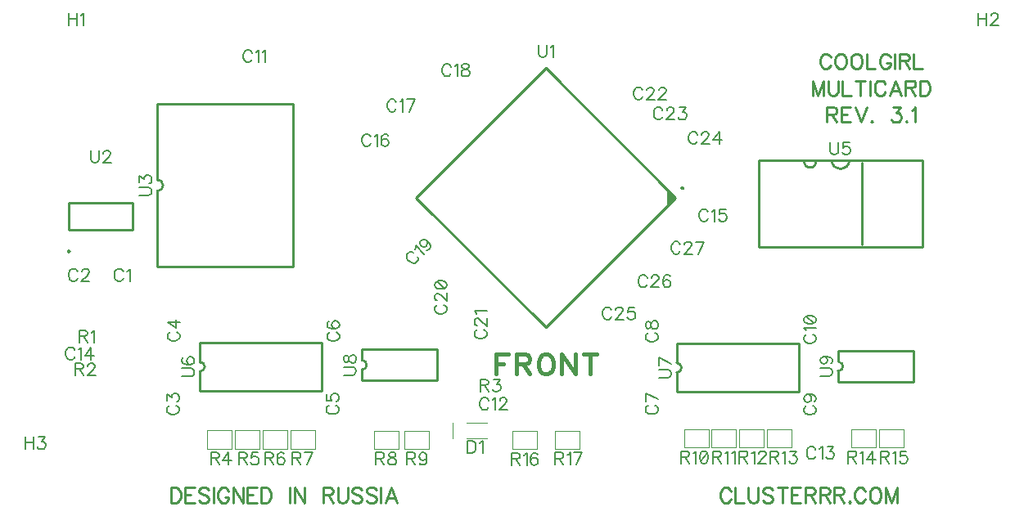
<source format=gbr>
G04 DipTrace 4.0.0.4*
G04 TopSilk.gbr*
%MOIN*%
G04 #@! TF.FileFunction,Legend,Top*
G04 #@! TF.Part,Single*
%ADD10C,0.009843*%
%ADD13C,0.004724*%
%ADD29C,0.003937*%
%ADD75C,0.00772*%
%ADD76C,0.009264*%
%ADD78C,0.017498*%
%FSLAX26Y26*%
G04*
G70*
G90*
G75*
G01*
G04 TopSilk*
%LPD*%
X2173327Y1025197D2*
D13*
X2089075D1*
X2173327Y962205D2*
X2089075D1*
X2034744Y1025591D2*
Y961811D1*
X1034472Y994307D2*
D29*
Y919307D1*
X1134472D1*
Y994307D1*
X1034472D1*
X1146972D2*
Y919307D1*
X1246972D1*
Y994307D1*
X1146972D1*
X1259471D2*
Y919307D1*
X1359471D1*
Y994307D1*
X1259471D1*
X1371972D2*
Y919307D1*
X1471972D1*
Y994307D1*
X1371972D1*
X1712451Y993701D2*
Y918701D1*
X1812451D1*
Y993701D1*
X1712451D1*
X1837451D2*
Y918701D1*
X1937451D1*
Y993701D1*
X1837451D1*
X2974951Y999951D2*
Y924951D1*
X3074951D1*
Y999951D1*
X2974951D1*
X3087450D2*
Y924951D1*
X3187450D1*
Y999951D1*
X3087450D1*
X3199950Y999950D2*
Y924950D1*
X3299950D1*
Y999950D1*
X3199950D1*
X3312451Y999951D2*
Y924951D1*
X3412451D1*
Y999951D1*
X3312451D1*
X3656202Y999950D2*
Y924950D1*
X3756202D1*
Y999950D1*
X3656202D1*
X3768701D2*
Y924950D1*
X3868701D1*
Y999950D1*
X3768701D1*
X2374950Y918701D2*
Y993701D1*
X2274950D1*
Y918701D1*
X2374950D1*
X2549951Y918699D2*
Y993699D1*
X2449951D1*
Y918699D1*
X2549951D1*
X2941270Y1943637D2*
D10*
X2412387Y2472519D1*
X1883633Y1943765D1*
X2412515Y1414882D1*
X2941270Y1943637D1*
G36*
X2963648Y1988169D2*
X2964418Y1988845D1*
X2965270Y1989414D1*
X2966189Y1989867D1*
X2967159Y1990196D1*
X2968164Y1990396D1*
X2969187Y1990463D1*
X2970209Y1990396D1*
X2971214Y1990196D1*
X2972184Y1989867D1*
X2973103Y1989414D1*
X2973955Y1988845D1*
X2974725Y1988169D1*
X2975401Y1987399D1*
X2975970Y1986547D1*
X2976423Y1985628D1*
X2976752Y1984658D1*
X2976952Y1983653D1*
X2977019Y1982631D1*
X2976952Y1981608D1*
X2976752Y1980603D1*
X2976423Y1979633D1*
X2975970Y1978714D1*
X2975401Y1977862D1*
X2974725Y1977092D1*
X2974661Y1977028D1*
X2973891Y1976353D1*
X2973039Y1975783D1*
X2972120Y1975330D1*
X2971150Y1975001D1*
X2970145Y1974801D1*
X2969123Y1974734D1*
X2968100Y1974801D1*
X2967095Y1975001D1*
X2966125Y1975330D1*
X2965206Y1975783D1*
X2964354Y1976353D1*
X2963584Y1977028D1*
X2962909Y1977798D1*
X2962339Y1978650D1*
X2961886Y1979569D1*
X2961557Y1980539D1*
X2961357Y1981544D1*
X2961290Y1982567D1*
X2961357Y1983589D1*
X2961557Y1984594D1*
X2961886Y1985564D1*
X2962339Y1986483D1*
X2962909Y1987335D1*
X2963584Y1988105D1*
X2963648Y1988169D1*
G37*
G36*
X2941270Y1943637D2*
X2905093Y1979813D1*
X2905157Y1907524D1*
X2941270Y1943637D1*
G37*
G36*
X478773Y1724320D2*
X478707Y1723315D1*
X478511Y1722327D1*
X478187Y1721373D1*
X477741Y1720469D1*
X477181Y1719631D1*
X476517Y1718874D1*
X475760Y1718210D1*
X474922Y1717650D1*
X474018Y1717204D1*
X473064Y1716881D1*
X472076Y1716684D1*
X471071Y1716618D1*
X470066Y1716684D1*
X469077Y1716881D1*
X468123Y1717204D1*
X467220Y1717650D1*
X466382Y1718210D1*
X465625Y1718874D1*
X464960Y1719631D1*
X464401Y1720469D1*
X463955Y1721373D1*
X463631Y1722327D1*
X463435Y1723315D1*
X463369Y1724320D1*
Y1724346D1*
X463435Y1725352D1*
X463631Y1726340D1*
X463955Y1727294D1*
X464401Y1728198D1*
X464960Y1729035D1*
X465625Y1729793D1*
X466382Y1730457D1*
X467220Y1731017D1*
X468123Y1731462D1*
X469077Y1731786D1*
X470066Y1731983D1*
X471071Y1732049D1*
X472076Y1731983D1*
X473064Y1731786D1*
X474018Y1731462D1*
X474922Y1731017D1*
X475760Y1730457D1*
X476517Y1729793D1*
X477181Y1729035D1*
X477741Y1728198D1*
X478187Y1727294D1*
X478511Y1726340D1*
X478707Y1725352D1*
X478773Y1724346D1*
Y1724320D1*
G37*
X470031Y1813583D2*
D10*
X729862D1*
X470031Y1923819D2*
X729862D1*
Y1813583D2*
Y1923819D1*
X470031Y1813583D2*
Y1923819D1*
X830596Y1663060D2*
X1381806D1*
Y2324341D1*
X830596D1*
Y2017299D1*
Y1663060D2*
Y1970102D1*
G03X830596Y2017299I49J23598D01*
G01*
X3698862Y1751238D2*
Y2085902D1*
X3701597Y2095753D2*
X3512562D1*
X3465407D2*
G03X3512562Y2095753I23577J-5634D01*
G01*
X3278360D2*
X3278277Y1743937D1*
X3278360Y1741386D2*
X3947650D1*
X3947899Y1744220D2*
X3947650Y2095753D1*
X3648475D1*
X3577535D2*
X3278360D1*
X3577535D2*
G03X3648475Y2095753I35470J33D01*
G01*
X1003912Y1156000D2*
X1499957D1*
Y1352832D1*
X1003912D1*
Y1274085D1*
Y1156000D2*
Y1234747D1*
G03X1003912Y1274085I24J19669D01*
G01*
X2945678Y1151535D2*
X3441723D1*
Y1348367D1*
X2945678D1*
Y1269621D1*
Y1151535D2*
Y1230282D1*
G03X2945678Y1269621I24J19669D01*
G01*
X1663239Y1198623D2*
X1970357D1*
X1663239Y1324594D2*
X1970357D1*
Y1198623D2*
Y1324594D1*
X1663239Y1198623D2*
Y1241920D1*
Y1281298D2*
Y1324594D1*
Y1241920D2*
G03X1663239Y1281298I-3J19689D01*
G01*
X3602642Y1193215D2*
X3909760D1*
X3602642Y1319186D2*
X3909760D1*
Y1193215D2*
Y1319186D1*
X3602642Y1193215D2*
Y1236512D1*
Y1275890D2*
Y1319186D1*
Y1236512D2*
G03X3602642Y1275890I-3J19689D01*
G01*
X885833Y760850D2*
D76*
Y700562D1*
X905929D1*
X914551Y703481D1*
X920321Y709184D1*
X923173Y714955D1*
X926025Y723510D1*
Y737902D1*
X923173Y746524D1*
X920321Y752228D1*
X914551Y757998D1*
X905929Y760850D1*
X885833D1*
X981825D2*
X944552D1*
Y700562D1*
X981825D1*
X944552Y732132D2*
X967500D1*
X1040545Y752228D2*
X1034841Y757998D1*
X1026219Y760850D1*
X1014745D1*
X1006123Y757998D1*
X1000353Y752228D1*
Y746524D1*
X1003271Y740754D1*
X1006123Y737902D1*
X1011826Y735051D1*
X1029071Y729280D1*
X1034841Y726428D1*
X1037693Y723510D1*
X1040545Y717806D1*
Y709184D1*
X1034841Y703481D1*
X1026219Y700562D1*
X1014745D1*
X1006123Y703481D1*
X1000353Y709184D1*
X1059072Y760850D2*
Y700562D1*
X1120643Y746524D2*
X1117791Y752228D1*
X1112021Y757998D1*
X1106317Y760850D1*
X1094843D1*
X1089073Y757998D1*
X1083369Y752228D1*
X1080451Y746524D1*
X1077599Y737902D1*
Y723510D1*
X1080451Y714955D1*
X1083369Y709184D1*
X1089073Y703481D1*
X1094843Y700562D1*
X1106317D1*
X1112021Y703481D1*
X1117791Y709184D1*
X1120643Y714955D1*
Y723510D1*
X1106317D1*
X1179362Y760850D2*
Y700562D1*
X1139170Y760850D1*
Y700562D1*
X1235163Y760850D2*
X1197889D1*
Y700562D1*
X1235163D1*
X1197889Y732132D2*
X1220837D1*
X1253690Y760850D2*
Y700562D1*
X1273786D1*
X1282408Y703481D1*
X1288178Y709184D1*
X1291030Y714955D1*
X1293882Y723510D1*
Y737902D1*
X1291030Y746524D1*
X1288178Y752228D1*
X1282408Y757998D1*
X1273786Y760850D1*
X1253690D1*
X1370730D2*
Y700562D1*
X1429449Y760850D2*
Y700562D1*
X1389257Y760850D1*
Y700562D1*
X1506297Y732132D2*
X1532097D1*
X1540719Y735051D1*
X1543637Y737902D1*
X1546489Y743606D1*
Y749376D1*
X1543637Y755080D1*
X1540719Y757998D1*
X1532097Y760850D1*
X1506297D1*
Y700562D1*
X1526393Y732132D2*
X1546489Y700562D1*
X1565016Y760850D2*
Y717806D1*
X1567868Y709184D1*
X1573638Y703481D1*
X1582261Y700562D1*
X1587964D1*
X1596586Y703481D1*
X1602357Y709184D1*
X1605208Y717806D1*
Y760850D1*
X1663928Y752228D2*
X1658224Y757998D1*
X1649602Y760850D1*
X1638128D1*
X1629506Y757998D1*
X1623736Y752228D1*
Y746524D1*
X1626654Y740754D1*
X1629506Y737902D1*
X1635209Y735051D1*
X1652454Y729280D1*
X1658224Y726428D1*
X1661076Y723510D1*
X1663928Y717806D1*
Y709184D1*
X1658224Y703481D1*
X1649602Y700562D1*
X1638128D1*
X1629506Y703481D1*
X1623736Y709184D1*
X1722647Y752228D2*
X1716943Y757998D1*
X1708321Y760850D1*
X1696847D1*
X1688225Y757998D1*
X1682455Y752228D1*
Y746524D1*
X1685373Y740754D1*
X1688225Y737902D1*
X1693929Y735051D1*
X1711173Y729280D1*
X1716943Y726428D1*
X1719795Y723510D1*
X1722647Y717806D1*
Y709184D1*
X1716943Y703481D1*
X1708321Y700562D1*
X1696847D1*
X1688225Y703481D1*
X1682455Y709184D1*
X1741174Y760850D2*
Y700562D1*
X1805663D2*
X1782649Y760850D1*
X1759701Y700562D1*
X1768323Y720658D2*
X1797041D1*
X3166378Y746526D2*
X3163526Y752230D1*
X3157756Y758000D1*
X3152052Y760852D1*
X3140578D1*
X3134808Y758000D1*
X3129104Y752230D1*
X3126186Y746526D1*
X3123334Y737904D1*
Y723512D1*
X3126186Y714956D1*
X3129104Y709186D1*
X3134808Y703482D1*
X3140578Y700564D1*
X3152052D1*
X3157756Y703482D1*
X3163526Y709186D1*
X3166378Y714956D1*
X3184905Y760852D2*
Y700564D1*
X3219327D1*
X3237854Y760852D2*
Y717808D1*
X3240706Y709186D1*
X3246476Y703482D1*
X3255098Y700564D1*
X3260802D1*
X3269424Y703482D1*
X3275194Y709186D1*
X3278046Y717808D1*
Y760852D1*
X3336765Y752230D2*
X3331061Y758000D1*
X3322439Y760852D1*
X3310965D1*
X3302343Y758000D1*
X3296573Y752230D1*
Y746526D1*
X3299491Y740756D1*
X3302343Y737904D1*
X3308047Y735052D1*
X3325291Y729282D1*
X3331061Y726430D1*
X3333913Y723512D1*
X3336765Y717808D1*
Y709186D1*
X3331061Y703482D1*
X3322439Y700564D1*
X3310965D1*
X3302343Y703482D1*
X3296573Y709186D1*
X3375388Y760852D2*
Y700564D1*
X3355292Y760852D2*
X3395484D1*
X3451285D2*
X3414011D1*
Y700564D1*
X3451285D1*
X3414011Y732134D2*
X3436959D1*
X3469812D2*
X3495612D1*
X3504234Y735052D1*
X3507152Y737904D1*
X3510004Y743608D1*
Y749378D1*
X3507152Y755082D1*
X3504234Y758000D1*
X3495612Y760852D1*
X3469812D1*
Y700564D1*
X3489908Y732134D2*
X3510004Y700564D1*
X3528531Y732134D2*
X3554331D1*
X3562953Y735052D1*
X3565871Y737904D1*
X3568723Y743608D1*
Y749378D1*
X3565871Y755082D1*
X3562953Y758000D1*
X3554331Y760852D1*
X3528531D1*
Y700564D1*
X3548627Y732134D2*
X3568723Y700564D1*
X3587250Y732134D2*
X3613050D1*
X3621672Y735052D1*
X3624590Y737904D1*
X3627442Y743608D1*
Y749378D1*
X3624590Y755082D1*
X3621672Y758000D1*
X3613050Y760852D1*
X3587250D1*
Y700564D1*
X3607346Y732134D2*
X3627442Y700564D1*
X3648821Y706334D2*
X3645969Y703416D1*
X3648821Y700564D1*
X3651739Y703416D1*
X3648821Y706334D1*
X3713310Y746526D2*
X3710459Y752230D1*
X3704688Y758000D1*
X3698985Y760852D1*
X3687511D1*
X3681741Y758000D1*
X3676037Y752230D1*
X3673118Y746526D1*
X3670267Y737904D1*
Y723512D1*
X3673118Y714956D1*
X3676037Y709186D1*
X3681741Y703482D1*
X3687511Y700564D1*
X3698985D1*
X3704688Y703482D1*
X3710459Y709186D1*
X3713310Y714956D1*
X3749082Y760852D2*
X3743312Y758000D1*
X3737608Y752230D1*
X3734689Y746526D1*
X3731838Y737904D1*
Y723512D1*
X3734689Y714956D1*
X3737608Y709186D1*
X3743312Y703482D1*
X3749082Y700564D1*
X3760556D1*
X3766259Y703482D1*
X3772030Y709186D1*
X3774881Y714956D1*
X3777733Y723512D1*
Y737904D1*
X3774881Y746526D1*
X3772030Y752230D1*
X3766259Y758000D1*
X3760556Y760852D1*
X3749082D1*
X3842156Y700564D2*
Y760852D1*
X3819208Y700564D1*
X3796260Y760852D1*
Y700564D1*
X3572230Y2515276D2*
X3569378Y2520980D1*
X3563608Y2526750D1*
X3557904Y2529602D1*
X3546430D1*
X3540660Y2526750D1*
X3534956Y2520980D1*
X3532038Y2515276D1*
X3529186Y2506654D1*
Y2492262D1*
X3532038Y2483707D1*
X3534956Y2477936D1*
X3540660Y2472233D1*
X3546430Y2469314D1*
X3557904D1*
X3563608Y2472233D1*
X3569378Y2477936D1*
X3572230Y2483707D1*
X3608001Y2529602D2*
X3602231Y2526750D1*
X3596527Y2520980D1*
X3593609Y2515276D1*
X3590757Y2506654D1*
Y2492262D1*
X3593609Y2483707D1*
X3596527Y2477936D1*
X3602231Y2472233D1*
X3608001Y2469314D1*
X3619475D1*
X3625179Y2472233D1*
X3630949Y2477936D1*
X3633801Y2483707D1*
X3636653Y2492262D1*
Y2506654D1*
X3633801Y2515276D1*
X3630949Y2520980D1*
X3625179Y2526750D1*
X3619475Y2529602D1*
X3608001D1*
X3672424D2*
X3666654Y2526750D1*
X3660950Y2520980D1*
X3658032Y2515276D1*
X3655180Y2506654D1*
Y2492262D1*
X3658032Y2483707D1*
X3660950Y2477936D1*
X3666654Y2472233D1*
X3672424Y2469314D1*
X3683898D1*
X3689601Y2472233D1*
X3695372Y2477936D1*
X3698224Y2483707D1*
X3701075Y2492262D1*
Y2506654D1*
X3698224Y2515276D1*
X3695372Y2520980D1*
X3689601Y2526750D1*
X3683898Y2529602D1*
X3672424D1*
X3719603D2*
Y2469314D1*
X3754024D1*
X3815595Y2515276D2*
X3812744Y2520980D1*
X3806973Y2526750D1*
X3801270Y2529602D1*
X3789796D1*
X3784025Y2526750D1*
X3778322Y2520980D1*
X3775403Y2515276D1*
X3772552Y2506654D1*
Y2492262D1*
X3775403Y2483707D1*
X3778322Y2477936D1*
X3784025Y2472233D1*
X3789796Y2469314D1*
X3801270D1*
X3806973Y2472233D1*
X3812744Y2477936D1*
X3815595Y2483707D1*
Y2492262D1*
X3801270D1*
X3834123Y2529602D2*
Y2469314D1*
X3852650Y2500884D2*
X3878449D1*
X3887071Y2503803D1*
X3889990Y2506654D1*
X3892842Y2512358D1*
Y2518128D1*
X3889990Y2523832D1*
X3887071Y2526750D1*
X3878449Y2529602D1*
X3852650D1*
Y2469314D1*
X3872746Y2500884D2*
X3892842Y2469314D1*
X3911369Y2529602D2*
Y2469314D1*
X3945791D1*
X3544230Y2360077D2*
Y2420365D1*
X3521282Y2360077D1*
X3498334Y2420365D1*
Y2360077D1*
X3562757Y2420365D2*
Y2377321D1*
X3565609Y2368699D1*
X3571379Y2362996D1*
X3580001Y2360077D1*
X3585705D1*
X3594327Y2362996D1*
X3600097Y2368699D1*
X3602949Y2377321D1*
Y2420365D1*
X3621476D2*
Y2360077D1*
X3655898D1*
X3694521Y2420365D2*
Y2360077D1*
X3674425Y2420365D2*
X3714617D1*
X3733144D2*
Y2360077D1*
X3794715Y2406039D2*
X3791863Y2411743D1*
X3786093Y2417513D1*
X3780389Y2420365D1*
X3768915D1*
X3763145Y2417513D1*
X3757441Y2411743D1*
X3754523Y2406039D1*
X3751671Y2397417D1*
Y2383025D1*
X3754523Y2374470D1*
X3757441Y2368699D1*
X3763145Y2362996D1*
X3768915Y2360077D1*
X3780389D1*
X3786093Y2362996D1*
X3791863Y2368699D1*
X3794715Y2374470D1*
X3859204Y2360077D2*
X3836190Y2420365D1*
X3813242Y2360077D1*
X3821864Y2380173D2*
X3850582D1*
X3877731Y2391647D2*
X3903531D1*
X3912153Y2394566D1*
X3915071Y2397417D1*
X3917923Y2403121D1*
Y2408891D1*
X3915071Y2414595D1*
X3912153Y2417513D1*
X3903531Y2420365D1*
X3877731D1*
Y2360077D1*
X3897827Y2391647D2*
X3917923Y2360077D1*
X3936450Y2420365D2*
Y2360077D1*
X3956546D1*
X3965168Y2362996D1*
X3970939Y2368699D1*
X3973790Y2374470D1*
X3976642Y2383025D1*
Y2397417D1*
X3973790Y2406039D1*
X3970939Y2411743D1*
X3965168Y2417513D1*
X3956546Y2420365D1*
X3936450D1*
X3558003Y2282410D2*
X3583803D1*
X3592425Y2285329D1*
X3595343Y2288180D1*
X3598195Y2293884D1*
Y2299654D1*
X3595343Y2305358D1*
X3592425Y2308276D1*
X3583803Y2311128D1*
X3558003D1*
Y2250840D1*
X3578099Y2282410D2*
X3598195Y2250840D1*
X3653996Y2311128D2*
X3616722D1*
Y2250840D1*
X3653996D1*
X3616722Y2282410D2*
X3639670D1*
X3672523Y2311128D2*
X3695471Y2250840D1*
X3718419Y2311128D1*
X3739798Y2256611D2*
X3736946Y2253692D1*
X3739798Y2250840D1*
X3742716Y2253692D1*
X3739798Y2256611D1*
X3825335Y2311062D2*
X3856838D1*
X3839661Y2288114D1*
X3848283D1*
X3853986Y2285262D1*
X3856838Y2282410D1*
X3859757Y2273788D1*
Y2268084D1*
X3856838Y2259462D1*
X3851134Y2253692D1*
X3842512Y2250840D1*
X3833890D1*
X3825335Y2253692D1*
X3822483Y2256611D1*
X3819565Y2262314D1*
X3881136Y2256611D2*
X3878284Y2253692D1*
X3881136Y2250840D1*
X3884054Y2253692D1*
X3881136Y2256611D1*
X3902581Y2299588D2*
X3908351Y2302506D1*
X3916973Y2311062D1*
Y2250840D1*
X2258487Y1304618D2*
D78*
X2208700D1*
Y1224234D1*
Y1266328D2*
X2239298D1*
X2293483D2*
X2327883D1*
X2339379Y1270219D1*
X2343270Y1274021D1*
X2347072Y1281626D1*
Y1289320D1*
X2343270Y1296925D1*
X2339379Y1300816D1*
X2327883Y1304618D1*
X2293483D1*
Y1224234D1*
X2320277Y1266328D2*
X2347072Y1224234D1*
X2405060Y1304618D2*
X2397366Y1300816D1*
X2389761Y1293122D1*
X2385870Y1285517D1*
X2382068Y1274021D1*
Y1254832D1*
X2385870Y1243424D1*
X2389761Y1235730D1*
X2397366Y1228125D1*
X2405060Y1224234D1*
X2420358D1*
X2427964Y1228125D1*
X2435657Y1235730D1*
X2439460Y1243424D1*
X2443262Y1254832D1*
Y1274021D1*
X2439460Y1285517D1*
X2435657Y1293122D1*
X2427964Y1300816D1*
X2420358Y1304618D1*
X2405060D1*
X2531847D2*
Y1224234D1*
X2478258Y1304618D1*
Y1224234D1*
X2593637Y1304618D2*
Y1224234D1*
X2566843Y1304618D2*
X2620432D1*
X691670Y1641550D2*
D75*
X689293Y1646303D1*
X684485Y1651112D1*
X679732Y1653488D1*
X670170D1*
X665362Y1651112D1*
X660609Y1646303D1*
X658177Y1641550D1*
X655800Y1634365D1*
Y1622371D1*
X658177Y1615242D1*
X660609Y1610433D1*
X665362Y1605680D1*
X670170Y1603248D1*
X679732D1*
X684485Y1605680D1*
X689293Y1610433D1*
X691670Y1615242D1*
X707109Y1643871D2*
X711918Y1646303D1*
X719103Y1653433D1*
Y1603248D1*
X505920Y1641550D2*
X503544Y1646303D1*
X498735Y1651112D1*
X493982Y1653488D1*
X484420D1*
X479612Y1651112D1*
X474859Y1646303D1*
X472427Y1641550D1*
X470050Y1634365D1*
Y1622371D1*
X472427Y1615242D1*
X474859Y1610433D1*
X479612Y1605680D1*
X484420Y1603248D1*
X493982D1*
X498735Y1605680D1*
X503544Y1610433D1*
X505920Y1615242D1*
X523791Y1641495D2*
Y1643871D1*
X526168Y1648680D1*
X528544Y1651056D1*
X533353Y1653433D1*
X542914D1*
X547668Y1651056D1*
X550044Y1648680D1*
X552476Y1643871D1*
Y1639118D1*
X550044Y1634310D1*
X545291Y1627180D1*
X521359Y1603248D1*
X554853D1*
X881136Y1096147D2*
X876383Y1093771D1*
X871575Y1088962D1*
X869198Y1084209D1*
Y1074647D1*
X871575Y1069839D1*
X876383Y1065086D1*
X881136Y1062654D1*
X888321Y1060277D1*
X900315D1*
X907445Y1062654D1*
X912253Y1065086D1*
X917006Y1069839D1*
X919438Y1074647D1*
Y1084209D1*
X917006Y1088962D1*
X912253Y1093771D1*
X907445Y1096147D1*
X869253Y1116395D2*
Y1142648D1*
X888377Y1128333D1*
Y1135518D1*
X890753Y1140271D1*
X893130Y1142648D1*
X900315Y1145080D1*
X905068D1*
X912253Y1142648D1*
X917062Y1137895D1*
X919438Y1130710D1*
Y1123525D1*
X917062Y1116395D1*
X914630Y1114018D1*
X909877Y1111586D1*
X883697Y1395752D2*
X878944Y1393375D1*
X874135Y1388566D1*
X871759Y1383813D1*
Y1374252D1*
X874135Y1369443D1*
X878944Y1364690D1*
X883697Y1362258D1*
X890882Y1359882D1*
X902875D1*
X910005Y1362258D1*
X914814Y1364690D1*
X919567Y1369443D1*
X921999Y1374252D1*
Y1383813D1*
X919567Y1388566D1*
X914814Y1393375D1*
X910005Y1395752D1*
X921999Y1435122D2*
X871814D1*
X905252Y1411191D1*
Y1447061D1*
X1531136Y1096941D2*
X1526383Y1094565D1*
X1521575Y1089756D1*
X1519198Y1085003D1*
Y1075441D1*
X1521575Y1070633D1*
X1526383Y1065880D1*
X1531136Y1063448D1*
X1538321Y1061071D1*
X1550315D1*
X1557445Y1063448D1*
X1562253Y1065880D1*
X1567006Y1070633D1*
X1569438Y1075441D1*
Y1085003D1*
X1567006Y1089756D1*
X1562253Y1094565D1*
X1557445Y1096941D1*
X1519253Y1141065D2*
Y1117189D1*
X1540753Y1114812D1*
X1538377Y1117189D1*
X1535945Y1124374D1*
Y1131504D1*
X1538377Y1138689D1*
X1543130Y1143497D1*
X1550315Y1145874D1*
X1555068D1*
X1562253Y1143497D1*
X1567062Y1138689D1*
X1569438Y1131504D1*
Y1124374D1*
X1567062Y1117189D1*
X1564630Y1114812D1*
X1559877Y1112380D1*
X1533697Y1394635D2*
X1528944Y1392258D1*
X1524135Y1387450D1*
X1521759Y1382697D1*
Y1373135D1*
X1524135Y1368326D1*
X1528944Y1363573D1*
X1533697Y1361141D1*
X1540882Y1358765D1*
X1552875D1*
X1560005Y1361141D1*
X1564814Y1363573D1*
X1569567Y1368326D1*
X1571999Y1373135D1*
Y1382697D1*
X1569567Y1387450D1*
X1564814Y1392258D1*
X1560005Y1394635D1*
X1528944Y1438759D2*
X1524190Y1436382D1*
X1521814Y1429197D1*
Y1424444D1*
X1524190Y1417259D1*
X1531375Y1412451D1*
X1543314Y1410074D1*
X1555252D1*
X1564814Y1412451D1*
X1569622Y1417259D1*
X1571999Y1424444D1*
Y1426821D1*
X1569622Y1433950D1*
X1564814Y1438759D1*
X1557628Y1441135D1*
X1555252D1*
X1548067Y1438759D1*
X1543314Y1433950D1*
X1540937Y1426821D1*
Y1424444D1*
X1543314Y1417259D1*
X1548067Y1412451D1*
X1555252Y1410074D1*
X2831135Y1097051D2*
X2826382Y1094675D1*
X2821573Y1089866D1*
X2819197Y1085113D1*
Y1075552D1*
X2821573Y1070743D1*
X2826382Y1065990D1*
X2831135Y1063558D1*
X2838320Y1061181D1*
X2850314D1*
X2857443Y1063558D1*
X2862252Y1065990D1*
X2867005Y1070743D1*
X2869437Y1075552D1*
Y1085113D1*
X2867005Y1089866D1*
X2862252Y1094675D1*
X2857443Y1097051D1*
X2869437Y1122052D2*
X2819252Y1145984D1*
Y1112491D1*
X2831135Y1392065D2*
X2826382Y1389688D1*
X2821573Y1384880D1*
X2819197Y1380126D1*
Y1370565D1*
X2821573Y1365756D1*
X2826382Y1361003D1*
X2831135Y1358571D1*
X2838320Y1356195D1*
X2850314D1*
X2857443Y1358571D1*
X2862252Y1361003D1*
X2867005Y1365756D1*
X2869437Y1370565D1*
Y1380126D1*
X2867005Y1384880D1*
X2862252Y1389688D1*
X2857443Y1392065D1*
X2819252Y1419442D2*
X2821629Y1412312D1*
X2826382Y1409880D1*
X2831190D1*
X2835944Y1412312D1*
X2838375Y1417065D1*
X2840752Y1426627D1*
X2843129Y1433812D1*
X2847937Y1438565D1*
X2852690Y1440942D1*
X2859875D1*
X2864628Y1438565D1*
X2867060Y1436189D1*
X2869437Y1429004D1*
Y1419442D1*
X2867060Y1412312D1*
X2864628Y1409880D1*
X2859875Y1407504D1*
X2852690D1*
X2847937Y1409880D1*
X2843129Y1414689D1*
X2840752Y1421819D1*
X2838375Y1431380D1*
X2835944Y1436189D1*
X2831190Y1438565D1*
X2826382D1*
X2821629Y1436189D1*
X2819252Y1429004D1*
Y1419442D1*
X3474884Y1094607D2*
X3470131Y1092231D1*
X3465323Y1087422D1*
X3462946Y1082669D1*
Y1073107D1*
X3465323Y1068299D1*
X3470131Y1063546D1*
X3474884Y1061114D1*
X3482069Y1058737D1*
X3494063D1*
X3501193Y1061114D1*
X3506001Y1063546D1*
X3510754Y1068299D1*
X3513186Y1073107D1*
Y1082669D1*
X3510754Y1087422D1*
X3506001Y1092231D1*
X3501193Y1094607D1*
X3479693Y1141163D2*
X3486878Y1138731D1*
X3491686Y1133978D1*
X3494063Y1126793D1*
Y1124416D1*
X3491686Y1117231D1*
X3486878Y1112478D1*
X3479693Y1110046D1*
X3477316D1*
X3470131Y1112478D1*
X3465378Y1117231D1*
X3463001Y1124416D1*
Y1126793D1*
X3465378Y1133978D1*
X3470131Y1138731D1*
X3479693Y1141163D1*
X3491686D1*
X3503625Y1138731D1*
X3510810Y1133978D1*
X3513186Y1126793D1*
Y1122040D1*
X3510810Y1114855D1*
X3506001Y1112478D1*
X3474884Y1385953D2*
X3470131Y1383577D1*
X3465323Y1378768D1*
X3462946Y1374015D1*
Y1364453D1*
X3465323Y1359645D1*
X3470131Y1354892D1*
X3474884Y1352460D1*
X3482069Y1350083D1*
X3494063D1*
X3501193Y1352460D1*
X3506001Y1354892D1*
X3510754Y1359645D1*
X3513186Y1364453D1*
Y1374015D1*
X3510754Y1378768D1*
X3506001Y1383577D1*
X3501193Y1385953D1*
X3472563Y1401392D2*
X3470131Y1406201D1*
X3463001Y1413386D1*
X3513186D1*
X3463001Y1443195D2*
X3465378Y1436010D1*
X3472563Y1431202D1*
X3484501Y1428825D1*
X3491686D1*
X3503625Y1431202D1*
X3510810Y1436010D1*
X3513186Y1443195D1*
Y1447948D1*
X3510810Y1455133D1*
X3503625Y1459887D1*
X3491686Y1462318D1*
X3484501D1*
X3472563Y1459887D1*
X3465378Y1455133D1*
X3463001Y1447948D1*
Y1443195D1*
X3472563Y1459887D2*
X3503625Y1431202D1*
X1216284Y2533587D2*
X1213908Y2538340D1*
X1209099Y2543148D1*
X1204346Y2545525D1*
X1194785D1*
X1189976Y2543148D1*
X1185223Y2538340D1*
X1182791Y2533587D1*
X1180414Y2526402D1*
Y2514408D1*
X1182791Y2507278D1*
X1185223Y2502470D1*
X1189976Y2497717D1*
X1194785Y2495285D1*
X1204346D1*
X1209099Y2497717D1*
X1213908Y2502470D1*
X1216284Y2507278D1*
X1231724Y2535908D2*
X1236532Y2538340D1*
X1243717Y2545470D1*
Y2495285D1*
X1259156Y2535908D2*
X1263965Y2538340D1*
X1271150Y2545470D1*
Y2495285D1*
X2179704Y1116206D2*
X2177327Y1120959D1*
X2172519Y1125768D1*
X2167766Y1128144D1*
X2158204D1*
X2153395Y1125768D1*
X2148642Y1120959D1*
X2146210Y1116206D1*
X2143834Y1109021D1*
Y1097028D1*
X2146210Y1089898D1*
X2148642Y1085089D1*
X2153395Y1080336D1*
X2158204Y1077904D1*
X2167766D1*
X2172519Y1080336D1*
X2177327Y1085089D1*
X2179704Y1089898D1*
X2195143Y1118527D2*
X2199951Y1120959D1*
X2207136Y1128089D1*
Y1077904D1*
X2225008Y1116151D2*
Y1118527D1*
X2227384Y1123336D1*
X2229761Y1125712D1*
X2234569Y1128089D1*
X2244131D1*
X2248884Y1125712D1*
X2251261Y1123336D1*
X2253692Y1118527D1*
Y1113774D1*
X2251261Y1108966D1*
X2246507Y1101836D1*
X2222576Y1077904D1*
X2256069D1*
X3510953Y916206D2*
X3508577Y920959D1*
X3503768Y925768D1*
X3499015Y928144D1*
X3489453D1*
X3484645Y925768D1*
X3479892Y920959D1*
X3477460Y916206D1*
X3475083Y909021D1*
Y897028D1*
X3477460Y889898D1*
X3479892Y885089D1*
X3484645Y880336D1*
X3489453Y877904D1*
X3499015D1*
X3503768Y880336D1*
X3508577Y885089D1*
X3510953Y889898D1*
X3526392Y918527D2*
X3531201Y920959D1*
X3538386Y928089D1*
Y877904D1*
X3558634Y928089D2*
X3584887D1*
X3570572Y908966D1*
X3577757D1*
X3582510Y906589D1*
X3584887Y904213D1*
X3587318Y897028D1*
Y892274D1*
X3584887Y885089D1*
X3580133Y880281D1*
X3572948Y877904D1*
X3565763D1*
X3558634Y880281D1*
X3556257Y882713D1*
X3553825Y887466D1*
X494139Y1321892D2*
X491762Y1326646D1*
X486954Y1331454D1*
X482201Y1333831D1*
X472639D1*
X467831Y1331454D1*
X463077Y1326646D1*
X460645Y1321892D1*
X458269Y1314707D1*
Y1302714D1*
X460645Y1295584D1*
X463077Y1290776D1*
X467831Y1286023D1*
X472639Y1283591D1*
X482201D1*
X486954Y1286023D1*
X491762Y1290776D1*
X494139Y1295584D1*
X509578Y1324214D2*
X514387Y1326646D1*
X521572Y1333775D1*
Y1283591D1*
X560943D2*
Y1333775D1*
X537011Y1300337D1*
X572881D1*
X3073453Y1884957D2*
X3071077Y1889710D1*
X3066268Y1894518D1*
X3061515Y1896895D1*
X3051953D1*
X3047145Y1894518D1*
X3042392Y1889710D1*
X3039960Y1884957D1*
X3037583Y1877772D1*
Y1865778D1*
X3039960Y1858648D1*
X3042392Y1853840D1*
X3047145Y1849087D1*
X3051953Y1846655D1*
X3061515D1*
X3066268Y1849087D1*
X3071077Y1853840D1*
X3073453Y1858648D1*
X3088892Y1887278D2*
X3093701Y1889710D1*
X3100886Y1896840D1*
Y1846655D1*
X3145010Y1896840D2*
X3121134D1*
X3118757Y1875340D1*
X3121134Y1877716D1*
X3128319Y1880148D1*
X3135448D1*
X3142633Y1877716D1*
X3147442Y1872963D1*
X3149818Y1865778D1*
Y1861025D1*
X3147442Y1853840D1*
X3142633Y1849032D1*
X3135448Y1846655D1*
X3128319D1*
X3121134Y1849032D1*
X3118757Y1851463D1*
X3116325Y1856217D1*
X1699669Y2191205D2*
X1697292Y2195958D1*
X1692484Y2200766D1*
X1687731Y2203143D1*
X1678169D1*
X1673361Y2200766D1*
X1668608Y2195958D1*
X1666176Y2191205D1*
X1663799Y2184020D1*
Y2172026D1*
X1666176Y2164897D1*
X1668608Y2160088D1*
X1673361Y2155335D1*
X1678169Y2152903D1*
X1687731D1*
X1692484Y2155335D1*
X1697292Y2160088D1*
X1699669Y2164897D1*
X1715108Y2193526D2*
X1719917Y2195958D1*
X1727102Y2203088D1*
Y2152903D1*
X1771226Y2195958D2*
X1768849Y2200711D1*
X1761664Y2203088D1*
X1756911D1*
X1749726Y2200711D1*
X1744918Y2193526D1*
X1742541Y2181588D1*
Y2169650D1*
X1744918Y2160088D1*
X1749726Y2155280D1*
X1756911Y2152903D1*
X1759288D1*
X1766417Y2155280D1*
X1771226Y2160088D1*
X1773602Y2167273D1*
Y2169650D1*
X1771226Y2176835D1*
X1766417Y2181588D1*
X1759288Y2183964D1*
X1756911D1*
X1749726Y2181588D1*
X1744918Y2176835D1*
X1742541Y2169650D1*
X1803248Y2332303D2*
X1800872Y2337056D1*
X1796063Y2341865D1*
X1791310Y2344241D1*
X1781749D1*
X1776940Y2341865D1*
X1772187Y2337056D1*
X1769755Y2332303D1*
X1767378Y2325118D1*
Y2313125D1*
X1769755Y2305995D1*
X1772187Y2301186D1*
X1776940Y2296433D1*
X1781749Y2294001D1*
X1791310D1*
X1796063Y2296433D1*
X1800872Y2301186D1*
X1803248Y2305995D1*
X1818688Y2334625D2*
X1823496Y2337056D1*
X1830681Y2344186D1*
Y2294001D1*
X1855682D2*
X1879614Y2344186D1*
X1846120D1*
X2026236Y2476491D2*
X2023860Y2481245D1*
X2019051Y2486053D1*
X2014298Y2488430D1*
X2004736D1*
X1999928Y2486053D1*
X1995175Y2481245D1*
X1992743Y2476491D1*
X1990366Y2469306D1*
Y2457313D1*
X1992743Y2450183D1*
X1995175Y2445375D1*
X1999928Y2440621D1*
X2004736Y2438190D1*
X2014298D1*
X2019051Y2440621D1*
X2023860Y2445375D1*
X2026236Y2450183D1*
X2041676Y2478813D2*
X2046484Y2481245D1*
X2053669Y2488374D1*
Y2438190D1*
X2081046Y2488374D2*
X2073917Y2485998D1*
X2071485Y2481245D1*
Y2476436D1*
X2073917Y2471683D1*
X2078670Y2469251D1*
X2088232Y2466874D1*
X2095417Y2464498D1*
X2100170Y2459689D1*
X2102546Y2454936D1*
Y2447751D1*
X2100170Y2442998D1*
X2097793Y2440566D1*
X2090608Y2438190D1*
X2081046D1*
X2073917Y2440566D1*
X2071485Y2442998D1*
X2069108Y2447751D1*
Y2454936D1*
X2071485Y2459689D1*
X2076293Y2464498D1*
X2083423Y2466874D1*
X2092985Y2469251D1*
X2097793Y2471683D1*
X2100170Y2476436D1*
Y2481245D1*
X2097793Y2485998D1*
X2090608Y2488374D1*
X2081046D1*
X1871633Y1720065D2*
X1866591Y1721746D1*
X1859791D1*
X1854750Y1720065D1*
X1847988Y1713304D1*
X1846269Y1708224D1*
X1846308Y1701463D1*
X1847949Y1696382D1*
X1851349Y1689621D1*
X1859830Y1681140D1*
X1866552Y1677779D1*
X1871672Y1676099D1*
X1878394D1*
X1883514Y1677779D1*
X1890275Y1684540D1*
X1891916Y1689621D1*
X1891955Y1696382D1*
X1890236Y1701463D1*
X1880909Y1732624D2*
X1882589Y1737744D1*
X1882628Y1747866D1*
X1918114Y1712380D1*
X1927351Y1768983D2*
X1930712Y1762183D1*
X1930751Y1755422D1*
X1927351Y1748661D1*
X1925670Y1746980D1*
X1918909Y1743580D1*
X1912148Y1743619D1*
X1905348Y1746980D1*
X1903667Y1748661D1*
X1900306Y1755461D1*
Y1762183D1*
X1903707Y1768944D1*
X1905387Y1770625D1*
X1912148Y1774025D1*
X1918870D1*
X1927351Y1768983D1*
X1935831Y1760503D1*
X1942553Y1750341D1*
X1944273Y1741900D1*
X1940873Y1735139D1*
X1937512Y1731778D1*
X1930751Y1728378D1*
X1925670Y1730097D1*
X1971197Y1506454D2*
X1966444Y1504077D1*
X1961635Y1499269D1*
X1959259Y1494516D1*
Y1484954D1*
X1961635Y1480146D1*
X1966444Y1475392D1*
X1971197Y1472960D1*
X1978382Y1470584D1*
X1990375D1*
X1997505Y1472960D1*
X2002314Y1475392D1*
X2007067Y1480146D1*
X2009499Y1484954D1*
Y1494516D1*
X2007067Y1499269D1*
X2002314Y1504077D1*
X1997505Y1506454D1*
X1971252Y1524325D2*
X1968875D1*
X1964067Y1526702D1*
X1961690Y1529078D1*
X1959314Y1533887D1*
Y1543448D1*
X1961690Y1548201D1*
X1964067Y1550578D1*
X1968875Y1553010D1*
X1973629D1*
X1978437Y1550578D1*
X1985567Y1545825D1*
X2009499Y1521893D1*
Y1555386D1*
X1959314Y1585196D2*
X1961690Y1578011D1*
X1968875Y1573202D1*
X1980814Y1570826D1*
X1987999D1*
X1999937Y1573202D1*
X2007122Y1578011D1*
X2009499Y1585196D1*
Y1589949D1*
X2007122Y1597134D1*
X1999937Y1601887D1*
X1987999Y1604319D1*
X1980814D1*
X1968875Y1601887D1*
X1961690Y1597134D1*
X1959314Y1589949D1*
Y1585196D1*
X1968875Y1601887D2*
X1999937Y1573202D1*
X2133695Y1404702D2*
X2128942Y1402326D1*
X2124134Y1397517D1*
X2121757Y1392764D1*
Y1383203D1*
X2124134Y1378394D1*
X2128942Y1373641D1*
X2133695Y1371209D1*
X2140880Y1368833D1*
X2152874D1*
X2160004Y1371209D1*
X2164812Y1373641D1*
X2169565Y1378394D1*
X2171997Y1383203D1*
Y1392764D1*
X2169565Y1397517D1*
X2164812Y1402326D1*
X2160004Y1404702D1*
X2133751Y1422574D2*
X2131374D1*
X2126566Y1424950D1*
X2124189Y1427327D1*
X2121813Y1432135D1*
Y1441697D1*
X2124189Y1446450D1*
X2126566Y1448827D1*
X2131374Y1451258D1*
X2136127D1*
X2140936Y1448827D1*
X2148066Y1444073D1*
X2171997Y1420142D1*
Y1453635D1*
X2131374Y1469074D2*
X2128942Y1473883D1*
X2121813Y1481068D1*
X2171997D1*
X2806453Y2381265D2*
X2804076Y2386018D1*
X2799267Y2390827D1*
X2794514Y2393203D1*
X2784953D1*
X2780144Y2390827D1*
X2775391Y2386018D1*
X2772959Y2381265D1*
X2770583Y2374080D1*
Y2362087D1*
X2772959Y2354957D1*
X2775391Y2350148D1*
X2780144Y2345395D1*
X2784953Y2342963D1*
X2794514D1*
X2799267Y2345395D1*
X2804076Y2350148D1*
X2806453Y2354957D1*
X2824324Y2381210D2*
Y2383586D1*
X2826700Y2388395D1*
X2829077Y2390772D1*
X2833885Y2393148D1*
X2843447D1*
X2848200Y2390772D1*
X2850577Y2388395D1*
X2853009Y2383586D1*
Y2378833D1*
X2850577Y2374025D1*
X2845823Y2366895D1*
X2821892Y2342963D1*
X2855385D1*
X2873256Y2381210D2*
Y2383586D1*
X2875633Y2388395D1*
X2878009Y2390772D1*
X2882818Y2393148D1*
X2892379D1*
X2897133Y2390772D1*
X2899509Y2388395D1*
X2901941Y2383586D1*
Y2378833D1*
X2899509Y2374025D1*
X2894756Y2366895D1*
X2870824Y2342963D1*
X2904318D1*
X2887704Y2300016D2*
X2885328Y2304769D1*
X2880519Y2309577D1*
X2875766Y2311954D1*
X2866205D1*
X2861396Y2309577D1*
X2856643Y2304769D1*
X2854211Y2300016D1*
X2851835Y2292831D1*
Y2280837D1*
X2854211Y2273708D1*
X2856643Y2268899D1*
X2861396Y2264146D1*
X2866205Y2261714D1*
X2875766D1*
X2880519Y2264146D1*
X2885328Y2268899D1*
X2887704Y2273708D1*
X2905576Y2299961D2*
Y2302337D1*
X2907952Y2307146D1*
X2910329Y2309522D1*
X2915137Y2311899D1*
X2924699D1*
X2929452Y2309522D1*
X2931829Y2307146D1*
X2934260Y2302337D1*
Y2297584D1*
X2931829Y2292776D1*
X2927075Y2285646D1*
X2903144Y2261714D1*
X2936637D1*
X2956885Y2311899D2*
X2983138D1*
X2968823Y2292776D1*
X2976008D1*
X2980761Y2290399D1*
X2983138Y2288022D1*
X2985570Y2280837D1*
Y2276084D1*
X2983138Y2268899D1*
X2978385Y2264091D1*
X2971200Y2261714D1*
X2964015D1*
X2956885Y2264091D1*
X2954508Y2266522D1*
X2952076Y2271276D1*
X3030266Y2200016D2*
X3027889Y2204769D1*
X3023080Y2209577D1*
X3018327Y2211954D1*
X3008766D1*
X3003957Y2209577D1*
X2999204Y2204769D1*
X2996772Y2200016D1*
X2994396Y2192831D1*
Y2180837D1*
X2996772Y2173708D1*
X2999204Y2168899D1*
X3003957Y2164146D1*
X3008766Y2161714D1*
X3018327D1*
X3023080Y2164146D1*
X3027889Y2168899D1*
X3030266Y2173708D1*
X3048137Y2199961D2*
Y2202337D1*
X3050513Y2207146D1*
X3052890Y2209522D1*
X3057698Y2211899D1*
X3067260D1*
X3072013Y2209522D1*
X3074390Y2207146D1*
X3076822Y2202337D1*
Y2197584D1*
X3074390Y2192776D1*
X3069636Y2185646D1*
X3045705Y2161714D1*
X3079198D1*
X3118569D2*
Y2211899D1*
X3094637Y2178461D1*
X3130507D1*
X2680398Y1485179D2*
X2678021Y1489932D1*
X2673212Y1494741D1*
X2668459Y1497117D1*
X2658898D1*
X2654089Y1494741D1*
X2649336Y1489932D1*
X2646904Y1485179D1*
X2644528Y1477994D1*
Y1466000D1*
X2646904Y1458871D1*
X2649336Y1454062D1*
X2654089Y1449309D1*
X2658898Y1446877D1*
X2668459D1*
X2673212Y1449309D1*
X2678021Y1454062D1*
X2680398Y1458871D1*
X2698269Y1485124D2*
Y1487500D1*
X2700645Y1492309D1*
X2703022Y1494685D1*
X2707830Y1497062D1*
X2717392D1*
X2722145Y1494685D1*
X2724522Y1492309D1*
X2726954Y1487500D1*
Y1482747D1*
X2724522Y1477939D1*
X2719768Y1470809D1*
X2695837Y1446877D1*
X2729330D1*
X2773454Y1497062D2*
X2749578D1*
X2747201Y1475562D1*
X2749578Y1477939D1*
X2756763Y1480371D1*
X2763893D1*
X2771078Y1477939D1*
X2775886Y1473185D1*
X2778263Y1466000D1*
Y1461247D1*
X2775886Y1454062D1*
X2771078Y1449254D1*
X2763893Y1446877D1*
X2756763D1*
X2749578Y1449254D1*
X2747201Y1451686D1*
X2744769Y1456439D1*
X2825364Y1616428D2*
X2822988Y1621181D1*
X2818179Y1625990D1*
X2813426Y1628366D1*
X2803864D1*
X2799056Y1625990D1*
X2794303Y1621181D1*
X2791871Y1616428D1*
X2789494Y1609243D1*
Y1597250D1*
X2791871Y1590120D1*
X2794303Y1585311D1*
X2799056Y1580558D1*
X2803864Y1578126D1*
X2813426D1*
X2818179Y1580558D1*
X2822988Y1585311D1*
X2825364Y1590120D1*
X2843235Y1616373D2*
Y1618750D1*
X2845612Y1623558D1*
X2847988Y1625935D1*
X2852797Y1628311D1*
X2862359D1*
X2867112Y1625935D1*
X2869488Y1623558D1*
X2871920Y1618750D1*
Y1613996D1*
X2869488Y1609188D1*
X2864735Y1602058D1*
X2840803Y1578126D1*
X2874297D1*
X2918421Y1621181D2*
X2916044Y1625935D1*
X2908859Y1628311D1*
X2904106D1*
X2896921Y1625935D1*
X2892113Y1618750D1*
X2889736Y1606811D1*
Y1594873D1*
X2892113Y1585311D1*
X2896921Y1580503D1*
X2904106Y1578126D1*
X2906483D1*
X2913612Y1580503D1*
X2918421Y1585311D1*
X2920798Y1592497D1*
Y1594873D1*
X2918421Y1602058D1*
X2913612Y1606811D1*
X2906483Y1609188D1*
X2904106D1*
X2896921Y1606811D1*
X2892113Y1602058D1*
X2889736Y1594873D1*
X2959947Y1752229D2*
X2957571Y1756982D1*
X2952762Y1761791D1*
X2948009Y1764167D1*
X2938448D1*
X2933639Y1761791D1*
X2928886Y1756982D1*
X2926454Y1752229D1*
X2924077Y1745044D1*
Y1733051D1*
X2926454Y1725921D1*
X2928886Y1721112D1*
X2933639Y1716359D1*
X2938448Y1713927D1*
X2948009D1*
X2952762Y1716359D1*
X2957571Y1721112D1*
X2959947Y1725921D1*
X2977819Y1752174D2*
Y1754550D1*
X2980195Y1759359D1*
X2982572Y1761735D1*
X2987380Y1764112D1*
X2996942D1*
X3001695Y1761735D1*
X3004072Y1759359D1*
X3006503Y1754550D1*
Y1749797D1*
X3004072Y1744989D1*
X2999318Y1737859D1*
X2975387Y1713927D1*
X3008880D1*
X3033881D2*
X3057813Y1764112D1*
X3024319D1*
X2094487Y952801D2*
Y902560D1*
X2111234D1*
X2118419Y904992D1*
X2123227Y909746D1*
X2125604Y914554D1*
X2127980Y921684D1*
Y933677D1*
X2125604Y940862D1*
X2123227Y945615D1*
X2118419Y950424D1*
X2111234Y952801D1*
X2094487D1*
X2143420Y943184D2*
X2148228Y945615D1*
X2155413Y952745D1*
Y902560D1*
X469488Y2696280D2*
Y2646040D1*
X502982Y2696280D2*
Y2646040D1*
X469488Y2672348D2*
X502982D1*
X518421Y2686663D2*
X523229Y2689094D1*
X530414Y2696224D1*
Y2646040D1*
X4174363Y2696280D2*
Y2646040D1*
X4207856Y2696280D2*
Y2646040D1*
X4174363Y2672348D2*
X4207856D1*
X4225728Y2684286D2*
Y2686663D1*
X4228104Y2691471D1*
X4230481Y2693848D1*
X4235289Y2696224D1*
X4244851D1*
X4249604Y2693848D1*
X4251981Y2691471D1*
X4254412Y2686663D1*
Y2681909D1*
X4251981Y2677101D1*
X4247227Y2669971D1*
X4223296Y2646040D1*
X4256789D1*
X293112Y968155D2*
Y917915D1*
X326606Y968155D2*
Y917915D1*
X293112Y944223D2*
X326606D1*
X346854Y968100D2*
X373107D1*
X358792Y948976D1*
X365977D1*
X370730Y946600D1*
X373107Y944223D1*
X375538Y937038D1*
Y932285D1*
X373107Y925100D1*
X368353Y920291D1*
X361168Y917915D1*
X353983D1*
X346854Y920291D1*
X344477Y922723D1*
X342045Y927476D1*
X513239Y1379213D2*
X534739D1*
X541924Y1381644D1*
X544356Y1384021D1*
X546732Y1388774D1*
Y1393583D1*
X544356Y1398336D1*
X541924Y1400768D1*
X534739Y1403144D1*
X513239D1*
Y1352904D1*
X529986Y1379213D2*
X546732Y1352904D1*
X562172Y1393527D2*
X566980Y1395959D1*
X574165Y1403089D1*
Y1352904D1*
X496237Y1244272D2*
X517737D1*
X524922Y1246704D1*
X527354Y1249080D1*
X529731Y1253833D1*
Y1258642D1*
X527354Y1263395D1*
X524922Y1265827D1*
X517737Y1268203D1*
X496237D1*
Y1217963D1*
X512984Y1244272D2*
X529731Y1217963D1*
X547602Y1256210D2*
Y1258586D1*
X549978Y1263395D1*
X552355Y1265772D1*
X557163Y1268148D1*
X566725D1*
X571478Y1265772D1*
X573855Y1263395D1*
X576287Y1258586D1*
Y1253833D1*
X573855Y1249025D1*
X569101Y1241895D1*
X545170Y1217963D1*
X578663D1*
X2146238Y1179213D2*
X2167738D1*
X2174923Y1181644D1*
X2177355Y1184021D1*
X2179732Y1188774D1*
Y1193583D1*
X2177355Y1198336D1*
X2174923Y1200768D1*
X2167738Y1203144D1*
X2146238D1*
Y1152904D1*
X2162985Y1179213D2*
X2179732Y1152904D1*
X2199980Y1203089D2*
X2226233D1*
X2211918Y1183966D1*
X2219103D1*
X2223856Y1181589D1*
X2226233Y1179213D1*
X2228664Y1172028D1*
Y1167274D1*
X2226233Y1160089D1*
X2221479Y1155281D1*
X2214294Y1152904D1*
X2207109D1*
X2199980Y1155281D1*
X2197603Y1157713D1*
X2195171Y1162466D1*
X1048322Y881098D2*
X1069822D1*
X1077007Y883530D1*
X1079439Y885907D1*
X1081815Y890660D1*
Y895469D1*
X1079439Y900222D1*
X1077007Y902654D1*
X1069822Y905030D1*
X1048322D1*
Y854790D1*
X1065069Y881098D2*
X1081815Y854790D1*
X1121186D2*
Y904975D1*
X1097254Y871537D1*
X1133124D1*
X1162009Y881098D2*
X1183509D1*
X1190694Y883530D1*
X1193126Y885907D1*
X1195502Y890660D1*
Y895469D1*
X1193126Y900222D1*
X1190694Y902654D1*
X1183509Y905030D1*
X1162009D1*
Y854790D1*
X1178755Y881098D2*
X1195502Y854790D1*
X1239626Y904975D2*
X1215750D1*
X1213373Y883475D1*
X1215750Y885852D1*
X1222935Y888283D1*
X1230065D1*
X1237250Y885852D1*
X1242058Y881098D1*
X1244435Y873913D1*
Y869160D1*
X1242058Y861975D1*
X1237250Y857167D1*
X1230065Y854790D1*
X1222935D1*
X1215750Y857167D1*
X1213373Y859599D1*
X1210941Y864352D1*
X1269474Y881098D2*
X1290974D1*
X1298159Y883530D1*
X1300591Y885907D1*
X1302967Y890660D1*
Y895469D1*
X1300591Y900222D1*
X1298159Y902654D1*
X1290974Y905030D1*
X1269474D1*
Y854790D1*
X1286221Y881098D2*
X1302967Y854790D1*
X1347092Y897845D2*
X1344715Y902598D1*
X1337530Y904975D1*
X1332777D1*
X1325592Y902598D1*
X1320783Y895413D1*
X1318407Y883475D1*
Y871537D1*
X1320783Y861975D1*
X1325592Y857167D1*
X1332777Y854790D1*
X1335153D1*
X1342283Y857167D1*
X1347092Y861975D1*
X1349468Y869160D1*
Y871537D1*
X1347092Y878722D1*
X1342283Y883475D1*
X1335153Y885852D1*
X1332777D1*
X1325592Y883475D1*
X1320783Y878722D1*
X1318407Y871537D1*
X1380759Y881098D2*
X1402259D1*
X1409444Y883530D1*
X1411876Y885907D1*
X1414253Y890660D1*
Y895469D1*
X1411876Y900222D1*
X1409444Y902654D1*
X1402259Y905030D1*
X1380759D1*
Y854790D1*
X1397506Y881098D2*
X1414253Y854790D1*
X1439254D2*
X1463185Y904975D1*
X1429692D1*
X1721266Y880492D2*
X1742766D1*
X1749951Y882924D1*
X1752383Y885301D1*
X1754759Y890054D1*
Y894862D1*
X1752383Y899615D1*
X1749951Y902047D1*
X1742766Y904424D1*
X1721266D1*
Y854184D1*
X1738013Y880492D2*
X1754759Y854184D1*
X1782137Y904369D2*
X1775007Y901992D1*
X1772575Y897239D1*
Y892430D1*
X1775007Y887677D1*
X1779760Y885245D1*
X1789322Y882869D1*
X1796507Y880492D1*
X1801260Y875684D1*
X1803637Y870931D1*
Y863745D1*
X1801260Y858992D1*
X1798884Y856560D1*
X1791699Y854184D1*
X1782137D1*
X1775007Y856560D1*
X1772575Y858992D1*
X1770199Y863745D1*
Y870931D1*
X1772575Y875684D1*
X1777384Y880492D1*
X1784514Y882869D1*
X1794075Y885245D1*
X1798884Y887677D1*
X1801260Y892430D1*
Y897239D1*
X1798884Y901992D1*
X1791699Y904369D1*
X1782137D1*
X1847427Y880492D2*
X1868927D1*
X1876112Y882924D1*
X1878544Y885301D1*
X1880920Y890054D1*
Y894862D1*
X1878544Y899615D1*
X1876112Y902047D1*
X1868927Y904424D1*
X1847427D1*
Y854184D1*
X1864173Y880492D2*
X1880920Y854184D1*
X1927476Y887677D2*
X1925044Y880492D1*
X1920291Y875684D1*
X1913106Y873307D1*
X1910729D1*
X1903544Y875684D1*
X1898791Y880492D1*
X1896359Y887677D1*
Y890054D1*
X1898791Y897239D1*
X1903544Y901992D1*
X1910729Y904369D1*
X1913106D1*
X1920291Y901992D1*
X1925044Y897239D1*
X1927476Y887677D1*
Y875684D1*
X1925044Y863745D1*
X1920291Y856560D1*
X1913106Y854184D1*
X1908353D1*
X1901168Y856560D1*
X1898791Y861369D1*
X2963773Y886743D2*
X2985273D1*
X2992458Y889175D1*
X2994890Y891551D1*
X2997266Y896304D1*
Y901113D1*
X2994890Y905866D1*
X2992458Y908298D1*
X2985273Y910675D1*
X2963773D1*
Y860435D1*
X2980519Y886743D2*
X2997266Y860435D1*
X3012705Y901058D2*
X3017514Y903489D1*
X3024699Y910619D1*
Y860435D1*
X3054508Y910619D2*
X3047323Y908243D1*
X3042515Y901058D1*
X3040138Y889119D1*
Y881934D1*
X3042515Y869996D1*
X3047323Y862811D1*
X3054508Y860435D1*
X3059261D1*
X3066446Y862811D1*
X3071200Y869996D1*
X3073631Y881934D1*
Y889119D1*
X3071200Y901058D1*
X3066446Y908243D1*
X3059261Y910619D1*
X3054508D1*
X3071200Y901058D2*
X3042515Y869996D1*
X3093271Y886743D2*
X3114771D1*
X3121956Y889175D1*
X3124387Y891551D1*
X3126764Y896304D1*
Y901113D1*
X3124387Y905866D1*
X3121956Y908298D1*
X3114771Y910675D1*
X3093271D1*
Y860435D1*
X3110017Y886743D2*
X3126764Y860435D1*
X3142203Y901058D2*
X3147012Y903489D1*
X3154197Y910619D1*
Y860435D1*
X3169636Y901058D2*
X3174444Y903489D1*
X3181630Y910619D1*
Y860435D1*
X3201270Y886741D2*
X3222770D1*
X3229955Y889173D1*
X3232387Y891550D1*
X3234763Y896303D1*
Y901112D1*
X3232387Y905865D1*
X3229955Y908297D1*
X3222770Y910673D1*
X3201270D1*
Y860433D1*
X3218017Y886741D2*
X3234763Y860433D1*
X3250203Y901056D2*
X3255011Y903488D1*
X3262196Y910618D1*
Y860433D1*
X3280067Y898680D2*
Y901056D1*
X3282444Y905865D1*
X3284821Y908241D1*
X3289629Y910618D1*
X3299191D1*
X3303944Y908241D1*
X3306320Y905865D1*
X3308752Y901056D1*
Y896303D1*
X3306320Y891495D1*
X3301567Y884365D1*
X3277635Y860433D1*
X3311129D1*
X3326273Y886743D2*
X3347773D1*
X3354958Y889175D1*
X3357390Y891551D1*
X3359766Y896304D1*
Y901113D1*
X3357390Y905866D1*
X3354958Y908298D1*
X3347773Y910675D1*
X3326273D1*
Y860435D1*
X3343019Y886743D2*
X3359766Y860435D1*
X3375205Y901058D2*
X3380014Y903489D1*
X3387199Y910619D1*
Y860435D1*
X3407447Y910619D2*
X3433700D1*
X3419385Y891496D1*
X3426570D1*
X3431323Y889119D1*
X3433700Y886743D1*
X3436131Y879558D1*
Y874805D1*
X3433700Y867620D1*
X3428946Y862811D1*
X3421761Y860435D1*
X3414576D1*
X3407447Y862811D1*
X3405070Y865243D1*
X3402638Y869996D1*
X3643835Y886741D2*
X3665335D1*
X3672520Y889173D1*
X3674952Y891550D1*
X3677328Y896303D1*
Y901112D1*
X3674952Y905865D1*
X3672520Y908297D1*
X3665335Y910673D1*
X3643835D1*
Y860433D1*
X3660582Y886741D2*
X3677328Y860433D1*
X3692768Y901056D2*
X3697576Y903488D1*
X3704761Y910618D1*
Y860433D1*
X3744132D2*
Y910618D1*
X3720200Y877180D1*
X3756070D1*
X3776271Y886741D2*
X3797771D1*
X3804956Y889173D1*
X3807388Y891550D1*
X3809765Y896303D1*
Y901112D1*
X3807388Y905865D1*
X3804956Y908297D1*
X3797771Y910673D1*
X3776271D1*
Y860433D1*
X3793018Y886741D2*
X3809765Y860433D1*
X3825204Y901056D2*
X3830012Y903488D1*
X3837198Y910618D1*
Y860433D1*
X3881322Y910618D2*
X3857445D1*
X3855069Y889118D1*
X3857445Y891495D1*
X3864630Y893927D1*
X3871760D1*
X3878945Y891495D1*
X3883754Y886741D1*
X3886130Y879556D1*
Y874803D1*
X3883754Y867618D1*
X3878945Y862810D1*
X3871760Y860433D1*
X3864630D1*
X3857445Y862810D1*
X3855069Y865242D1*
X3852637Y869995D1*
X2274067Y878772D2*
X2295567D1*
X2302752Y881204D1*
X2305184Y883580D1*
X2307561Y888333D1*
Y893142D1*
X2305184Y897895D1*
X2302752Y900327D1*
X2295567Y902703D1*
X2274067D1*
Y852463D1*
X2290814Y878772D2*
X2307561Y852463D1*
X2323000Y893086D2*
X2327808Y895518D1*
X2334994Y902648D1*
Y852463D1*
X2379118Y895518D2*
X2376741Y900272D1*
X2369556Y902648D1*
X2364803D1*
X2357618Y900272D1*
X2352809Y893086D1*
X2350433Y881148D1*
Y869210D1*
X2352809Y859648D1*
X2357618Y854840D1*
X2364803Y852463D1*
X2367179D1*
X2374309Y854840D1*
X2379118Y859648D1*
X2381494Y866833D1*
Y869210D1*
X2379118Y876395D1*
X2374309Y881148D1*
X2367179Y883525D1*
X2364803D1*
X2357618Y881148D1*
X2352809Y876395D1*
X2350433Y869210D1*
X2451271Y880491D2*
X2472771D1*
X2479956Y882923D1*
X2482388Y885299D1*
X2484765Y890052D1*
Y894861D1*
X2482388Y899614D1*
X2479956Y902046D1*
X2472771Y904423D1*
X2451271D1*
Y854183D1*
X2468018Y880491D2*
X2484765Y854183D1*
X2500204Y894806D2*
X2505012Y897238D1*
X2512198Y904367D1*
Y854183D1*
X2537198D2*
X2561130Y904367D1*
X2527637D1*
X2383385Y2565526D2*
Y2529657D1*
X2385762Y2522471D1*
X2390570Y2517718D1*
X2397755Y2515286D1*
X2402508D1*
X2409693Y2517718D1*
X2414502Y2522471D1*
X2416878Y2529657D1*
Y2565526D1*
X2432318Y2555910D2*
X2437126Y2558341D1*
X2444311Y2565471D1*
Y2515286D1*
X559657Y2135673D2*
Y2099803D1*
X562034Y2092618D1*
X566842Y2087865D1*
X574027Y2085433D1*
X578780D1*
X585965Y2087865D1*
X590774Y2092618D1*
X593150Y2099803D1*
Y2135673D1*
X611022Y2123680D2*
Y2126056D1*
X613398Y2130865D1*
X615775Y2133241D1*
X620583Y2135618D1*
X630145D1*
X634898Y2133241D1*
X637275Y2130865D1*
X639706Y2126056D1*
Y2121303D1*
X637275Y2116495D1*
X632521Y2109365D1*
X608590Y2085433D1*
X642083D1*
X757373Y1952488D2*
X793243D1*
X800428Y1954864D1*
X805181Y1959673D1*
X807613Y1966858D1*
Y1971611D1*
X805181Y1978796D1*
X800428Y1983605D1*
X793243Y1985981D1*
X757373D1*
X757428Y2006229D2*
Y2032482D1*
X776551Y2018167D1*
Y2025352D1*
X778928Y2030105D1*
X781304Y2032482D1*
X788489Y2034914D1*
X793243D1*
X800428Y2032482D1*
X805236Y2027729D1*
X807613Y2020544D1*
Y2013359D1*
X805236Y2006229D1*
X802804Y2003852D1*
X798051Y2001420D1*
X3570798Y2168976D2*
Y2133106D1*
X3573174Y2125921D1*
X3577983Y2121168D1*
X3585168Y2118736D1*
X3589921D1*
X3597106Y2121168D1*
X3601914Y2125921D1*
X3604291Y2133106D1*
Y2168976D1*
X3648415Y2168921D2*
X3624539D1*
X3622162Y2147421D1*
X3624539Y2149798D1*
X3631724Y2152230D1*
X3638853D1*
X3646038Y2149798D1*
X3650847Y2145045D1*
X3653223Y2137860D1*
Y2133106D1*
X3650847Y2125921D1*
X3646038Y2121113D1*
X3638853Y2118736D1*
X3631724D1*
X3624539Y2121113D1*
X3622162Y2123545D1*
X3619730Y2128298D1*
X930689Y1214419D2*
X966559D1*
X973744Y1216796D1*
X978497Y1221604D1*
X980929Y1228789D1*
Y1233542D1*
X978497Y1240727D1*
X973744Y1245536D1*
X966559Y1247912D1*
X930689D1*
X937874Y1292036D2*
X933121Y1289660D1*
X930744Y1282475D1*
Y1277722D1*
X933121Y1270537D1*
X940306Y1265728D1*
X952244Y1263352D1*
X964182D1*
X973744Y1265728D1*
X978552Y1270537D1*
X980929Y1277722D1*
Y1280098D1*
X978552Y1287228D1*
X973744Y1292036D1*
X966559Y1294413D1*
X964182D1*
X956997Y1292036D1*
X952244Y1287228D1*
X949868Y1280098D1*
Y1277722D1*
X952244Y1270537D1*
X956997Y1265728D1*
X964182Y1263352D1*
X2872455Y1208738D2*
X2908325D1*
X2915510Y1211115D1*
X2920264Y1215924D1*
X2922695Y1223109D1*
Y1227862D1*
X2920264Y1235047D1*
X2915510Y1239855D1*
X2908325Y1242232D1*
X2872455D1*
X2922695Y1267233D2*
X2872511Y1291164D1*
Y1257671D1*
X1590016Y1220424D2*
X1625886D1*
X1633071Y1222800D1*
X1637824Y1227609D1*
X1640256Y1234794D1*
Y1239547D1*
X1637824Y1246732D1*
X1633071Y1251540D1*
X1625886Y1253917D1*
X1590016D1*
X1590071Y1281294D2*
X1592448Y1274165D1*
X1597201Y1271733D1*
X1602009D1*
X1606762Y1274165D1*
X1609194Y1278918D1*
X1611571Y1288479D1*
X1613947Y1295664D1*
X1618756Y1300418D1*
X1623509Y1302794D1*
X1630694D1*
X1635447Y1300418D1*
X1637879Y1298041D1*
X1640256Y1290856D1*
Y1281294D1*
X1637879Y1274165D1*
X1635447Y1271733D1*
X1630694Y1269356D1*
X1623509D1*
X1618756Y1271733D1*
X1613947Y1276541D1*
X1611571Y1283671D1*
X1609194Y1293233D1*
X1606762Y1298041D1*
X1602009Y1300418D1*
X1597201D1*
X1592448Y1298041D1*
X1590071Y1290856D1*
Y1281294D1*
X3529419Y1216176D2*
X3565289D1*
X3572474Y1218553D1*
X3577227Y1223361D1*
X3579659Y1230546D1*
Y1235299D1*
X3577227Y1242484D1*
X3572474Y1247293D1*
X3565289Y1249669D1*
X3529419D1*
X3546165Y1296225D2*
X3553350Y1293794D1*
X3558159Y1289040D1*
X3560535Y1281855D1*
Y1279479D1*
X3558159Y1272294D1*
X3553350Y1267541D1*
X3546165Y1265109D1*
X3543789D1*
X3536604Y1267541D1*
X3531851Y1272294D1*
X3529474Y1279479D1*
Y1281855D1*
X3531851Y1289040D1*
X3536604Y1293794D1*
X3546165Y1296225D1*
X3558159D1*
X3570097Y1293794D1*
X3577282Y1289040D1*
X3579659Y1281855D1*
Y1277102D1*
X3577282Y1269917D1*
X3572474Y1267541D1*
M02*

</source>
